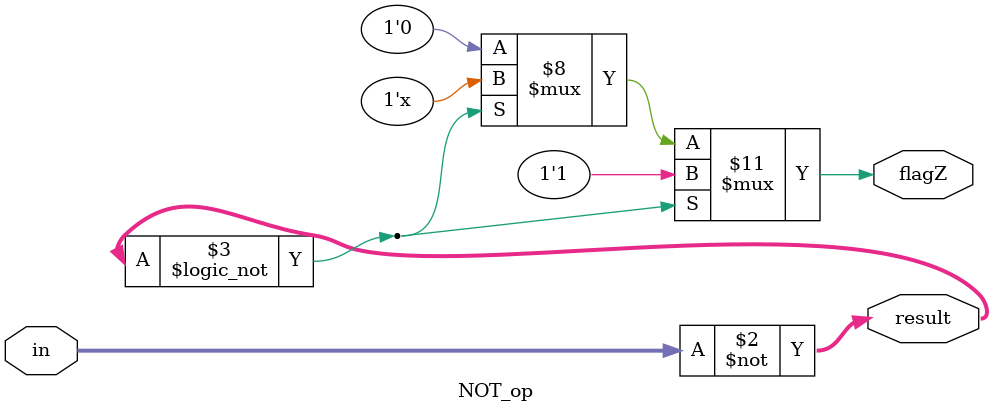
<source format=sv>

module NOT_op #(parameter N=4) ( input logic [N-1:0] in,  
											output reg [N-1:0]result,
											output reg flagZ);

	always_comb begin
		
		//INICIALIZACIÓN DE VARIABLES
		result = 0;
		flagZ = 0;
		
		result = ~in;
		
		// FLAG CERO
		if (result == 0) begin
			flagZ = 1;
		end
		
		else if (result != 0) begin
			flagZ = 0;
		end
		
	end
	
endmodule 
</source>
